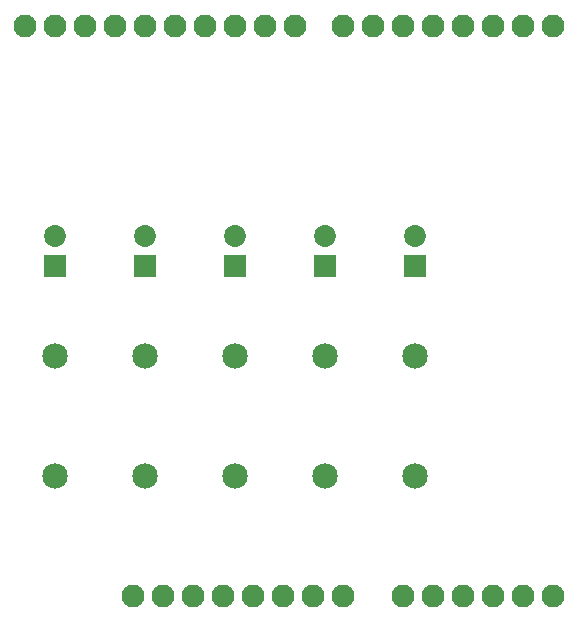
<source format=gts>
G04 MADE WITH FRITZING*
G04 WWW.FRITZING.ORG*
G04 DOUBLE SIDED*
G04 HOLES PLATED*
G04 CONTOUR ON CENTER OF CONTOUR VECTOR*
%ASAXBY*%
%FSLAX23Y23*%
%MOIN*%
%OFA0B0*%
%SFA1.0B1.0*%
%ADD10C,0.072992*%
%ADD11C,0.085000*%
%ADD12C,0.076194*%
%ADD13C,0.076222*%
%ADD14R,0.072992X0.072992*%
%LNMASK1*%
G90*
G70*
G54D10*
X2521Y1259D03*
X2521Y1357D03*
X2221Y1259D03*
X2221Y1357D03*
X1921Y1259D03*
X1921Y1357D03*
X1621Y1259D03*
X1621Y1357D03*
X1321Y1259D03*
X1321Y1357D03*
G54D11*
X2521Y959D03*
X2521Y559D03*
X2221Y959D03*
X2221Y559D03*
X1921Y959D03*
X1921Y559D03*
X1621Y959D03*
X1621Y559D03*
X1321Y959D03*
X1321Y559D03*
G54D12*
X2581Y159D03*
X2681Y159D03*
X2781Y159D03*
X2881Y159D03*
X2981Y159D03*
G54D13*
X2121Y2059D03*
X2021Y2059D03*
X1921Y2059D03*
X1821Y2059D03*
X1721Y2059D03*
X1621Y2059D03*
X1521Y2059D03*
X1421Y2059D03*
X1321Y2059D03*
X1221Y2059D03*
X2981Y2059D03*
X2881Y2059D03*
X2781Y2059D03*
X2681Y2059D03*
X2581Y2059D03*
X2481Y2059D03*
X2381Y2059D03*
X2281Y2059D03*
G54D12*
X1681Y159D03*
X1581Y159D03*
X1781Y159D03*
X1881Y159D03*
X1981Y159D03*
X2081Y159D03*
X2181Y159D03*
X2281Y159D03*
X2481Y159D03*
G54D14*
X2521Y1259D03*
X2221Y1259D03*
X1921Y1259D03*
X1621Y1259D03*
X1321Y1259D03*
G04 End of Mask1*
M02*
</source>
